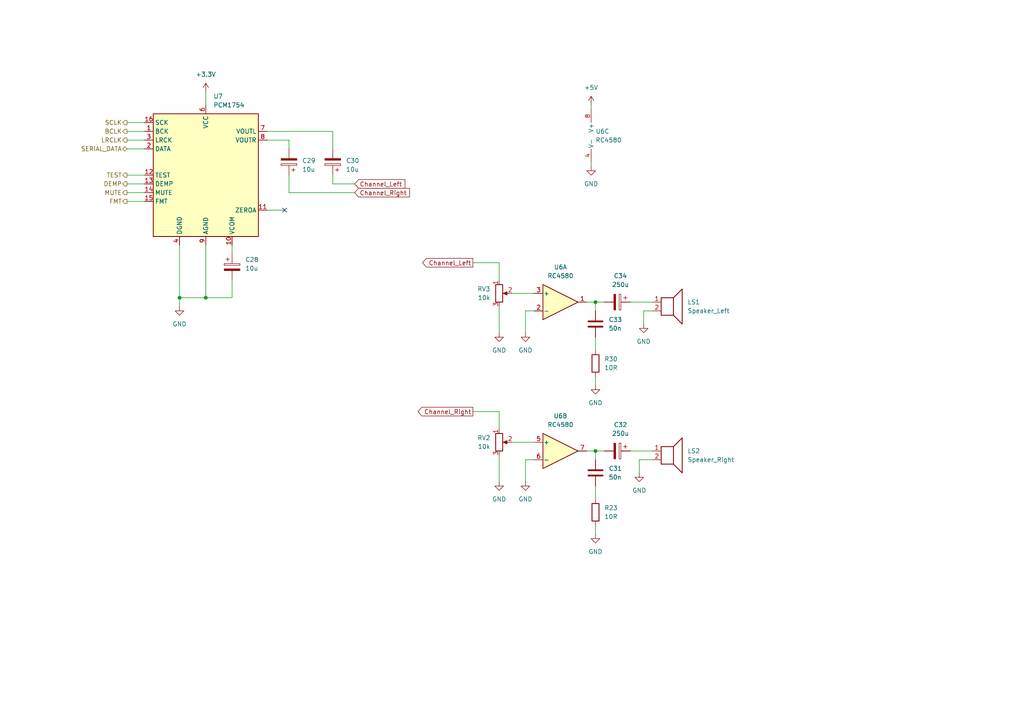
<source format=kicad_sch>
(kicad_sch (version 20230121) (generator eeschema)
  (paper "A4")
  (lib_symbols
    (symbol "Amplifier_Operational:RC4580" (pin_names (offset 0.127))
      (property "Reference" "U" (at 0 5.08 0))
      (property "Value" "RC4580" (at 0 -5.08 0))
      (symbol "RC4580_1_1"
        (polyline (pts (xy -5.08 5.08) (xy 5.08 0) (xy -5.08 -5.08) (xy -5.08 5.08)) (stroke (width 0.254)) (fill (type background)))
        (pin output line (at 7.62 0 180) (length 2.54) (name "~") (number "1"))
        (pin input line (at -7.62 -2.54 0) (length 2.54) (name "-") (number "2"))
        (pin input line (at -7.62 2.54 0) (length 2.54) (name "+") (number "3"))
      )
      (symbol "RC4580_2_1"
        (polyline (pts (xy -5.08 5.08) (xy 5.08 0) (xy -5.08 -5.08) (xy -5.08 5.08)) (stroke (width 0.254)) (fill (type background)))
        (pin input line (at -7.62 2.54 0) (length 2.54) (name "+") (number "5"))
        (pin input line (at -7.62 -2.54 0) (length 2.54) (name "-") (number "6"))
        (pin output line (at 7.62 0 180) (length 2.54) (name "~") (number "7"))
      )
      (symbol "RC4580_3_1"
        (pin power_in line (at -2.54 -7.62 90) (length 3.81) (name "V-") (number "4"))
        (pin power_in line (at -2.54 7.62 270) (length 3.81) (name "V+") (number "8"))
      )
    )
    (symbol "Device:C" (pin_numbers hide) (pin_names (offset 0.254))
      (property "Reference" "C" (at 0.635 2.54 0))
      (property "Value" "C" (at 0.635 -2.54 0))
      (symbol "C_0_1"
        (polyline (pts (xy -2.032 -0.762) (xy 2.032 -0.762)) (stroke (width 0.508)))
        (polyline (pts (xy -2.032 0.762) (xy 2.032 0.762)) (stroke (width 0.508)))
      )
      (symbol "C_1_1"
        (pin passive line (at 0 3.81 270) (length 2.794) (name "~") (number "1"))
        (pin passive line (at 0 -3.81 90) (length 2.794) (name "~") (number "2"))
      )
    )
    (symbol "Device:C_Polarized" (pin_numbers hide) (pin_names (offset 0.254))
      (property "Reference" "C" (at 0.635 2.54 0))
      (property "Value" "C_Polarized" (at 0.635 -2.54 0))
      (symbol "C_Polarized_0_1"
        (rectangle (start -2.286 0.508) (end 2.286 1.016))
        (polyline (pts (xy -1.778 2.286) (xy -0.762 2.286)))
        (polyline (pts (xy -1.27 2.794) (xy -1.27 1.778)))
        (rectangle (start 2.286 -0.508) (end -2.286 -1.016) (fill (type outline)))
      )
      (symbol "C_Polarized_1_1"
        (pin passive line (at 0 3.81 270) (length 2.794) (name "~") (number "1"))
        (pin passive line (at 0 -3.81 90) (length 2.794) (name "~") (number "2"))
      )
    )
    (symbol "Device:R" (pin_numbers hide) (pin_names (offset 0))
      (property "Reference" "R" (at 2.032 0 90))
      (property "Value" "R" (at 0 0 90))
      (symbol "R_0_1"
        (rectangle (start -1.016 -2.54) (end 1.016 2.54) (stroke (width 0.254)))
      )
      (symbol "R_1_1"
        (pin passive line (at 0 3.81 270) (length 1.27) (name "~") (number "1"))
        (pin passive line (at 0 -3.81 90) (length 1.27) (name "~") (number "2"))
      )
    )
    (symbol "Device:R_Potentiometer" (pin_names (offset 1.016) hide)
      (property "Reference" "RV" (at -4.445 0 90))
      (property "Value" "R_Potentiometer" (at -2.54 0 90))
      (symbol "R_Potentiometer_0_1"
        (polyline (pts (xy 2.54 0) (xy 1.524 0)))
        (polyline (pts (xy 1.143 0) (xy 2.286 0.508) (xy 2.286 -0.508) (xy 1.143 0)) (fill (type outline)))
        (rectangle (start 1.016 2.54) (end -1.016 -2.54) (stroke (width 0.254)))
      )
      (symbol "R_Potentiometer_1_1"
        (pin passive line (at 0 3.81 270) (length 1.27) (name "1") (number "1"))
        (pin passive line (at 3.81 0 180) (length 1.27) (name "2") (number "2"))
        (pin passive line (at 0 -3.81 90) (length 1.27) (name "3") (number "3"))
      )
    )
    (symbol "Device:Speaker" (pin_names (offset 0) hide)
      (property "Reference" "LS" (at 1.27 5.715 0))
      (property "Value" "Speaker" (at 1.27 3.81 0))
      (symbol "Speaker_0_0"
        (rectangle (start -2.54 1.27) (end 1.016 -3.81) (stroke (width 0.254)))
        (polyline (pts (xy 1.016 1.27) (xy 3.556 3.81) (xy 3.556 -6.35) (xy 1.016 -3.81)) (stroke (width 0.254)))
      )
      (symbol "Speaker_1_1"
        (pin input line (at -5.08 0 0) (length 2.54) (name "1") (number "1"))
        (pin input line (at -5.08 -2.54 0) (length 2.54) (name "2") (number "2"))
      )
    )
    (symbol "Prj_audio_dac:PCM1754"
      (property "Reference" "U" (at 11.43 21.59 0))
      (property "Value" "PCM1754" (at 11.43 19.05 0))
      (symbol "PCM1754_0_1"
        (rectangle (start -15.24 17.78) (end 15.24 -17.78) (stroke (width 0.254)) (fill (type background)))
      )
      (symbol "PCM1754_1_1"
        (pin input line (at -17.78 12.7 0) (length 2.54) (name "BCK") (number "1"))
        (pin passive line (at 7.62 -20.32 90) (length 2.54) (name "VCOM") (number "10"))
        (pin open_collector line (at 17.78 -10.16 180) (length 2.54) (name "ZEROA") (number "11"))
        (pin input line (at -17.78 0 0) (length 2.54) (name "TEST") (number "12"))
        (pin input line (at -17.78 -2.54 0) (length 2.54) (name "DEMP") (number "13"))
        (pin input line (at -17.78 -5.08 0) (length 2.54) (name "MUTE") (number "14"))
        (pin input line (at -17.78 -7.62 0) (length 2.54) (name "FMT") (number "15"))
        (pin input line (at -17.78 15.24 0) (length 2.54) (name "SCK") (number "16"))
        (pin input line (at -17.78 7.62 0) (length 2.54) (name "DATA") (number "2"))
        (pin input line (at -17.78 10.16 0) (length 2.54) (name "LRCK") (number "3"))
        (pin power_in line (at -7.62 -20.32 90) (length 2.54) (name "DGND") (number "4"))
        (pin no_connect line (at -17.78 -12.7 0) (length 2.54) hide (name "") (number "5"))
        (pin power_in line (at 0 20.32 270) (length 2.54) (name "VCC") (number "6"))
        (pin output line (at 17.78 12.7 180) (length 2.54) (name "VOUTL") (number "7"))
        (pin output line (at 17.78 10.16 180) (length 2.54) (name "VOUTR") (number "8"))
        (pin power_in line (at 0 -20.32 90) (length 2.54) (name "AGND") (number "9"))
      )
    )
    (symbol "power:+3.3V" (power) (pin_names (offset 0))
      (property "Value" "+3.3V" (at 0 3.556 0))
      (symbol "+3.3V_0_1"
        (polyline (pts (xy -0.762 1.27) (xy 0 2.54)))
        (polyline (pts (xy 0 0) (xy 0 2.54)))
        (polyline (pts (xy 0 2.54) (xy 0.762 1.27)))
      )
      (symbol "+3.3V_1_1"
        (pin power_in line (at 0 0 90) (length 0) hide (name "+3.3V") (number "1"))
      )
    )
    (symbol "power:+5V" (power) (pin_names (offset 0))
      (property "Value" "+5V" (at 0 3.556 0))
      (symbol "+5V_0_1"
        (polyline (pts (xy -0.762 1.27) (xy 0 2.54)))
        (polyline (pts (xy 0 0) (xy 0 2.54)))
        (polyline (pts (xy 0 2.54) (xy 0.762 1.27)))
      )
      (symbol "+5V_1_1"
        (pin power_in line (at 0 0 90) (length 0) hide (name "+5V") (number "1"))
      )
    )
    (symbol "power:GND" (power) (pin_names (offset 0))
      (property "Value" "GND" (at 0 -3.81 0))
      (symbol "GND_0_1"
        (polyline (pts (xy 0 0) (xy 0 -1.27) (xy 1.27 -1.27) (xy 0 -2.54) (xy -1.27 -1.27) (xy 0 -1.27)))
      )
      (symbol "GND_1_1"
        (pin power_in line (at 0 0 270) (length 0) hide (name "GND") (number "1"))
      )
    )
  )
  (junction (at 172.72 87.63))
  (junction (at 59.69 86.36))
  (junction (at 52.07 86.36))
  (junction (at 172.72 130.81))
  (no_connect (at 82.55 60.96))
  (wire (pts (xy 172.72 87.63) (xy 172.72 90.17)))
  (wire (pts (xy 82.55 60.96) (xy 77.47 60.96)))
  (wire (pts (xy 186.69 90.17) (xy 186.69 93.98)))
  (wire (pts (xy 77.47 38.1) (xy 96.52 38.1)))
  (wire (pts (xy 96.52 50.8) (xy 96.52 53.34)))
  (wire (pts (xy 182.88 87.63) (xy 189.23 87.63)))
  (wire (pts (xy 137.16 76.2) (xy 144.78 76.2)))
  (wire (pts (xy 67.31 71.12) (xy 67.31 73.66)))
  (wire (pts (xy 59.69 71.12) (xy 59.69 86.36)))
  (wire (pts (xy 152.4 90.17) (xy 154.94 90.17)))
  (wire (pts (xy 36.83 58.42) (xy 41.91 58.42)))
  (wire (pts (xy 59.69 26.67) (xy 59.69 30.48)))
  (wire (pts (xy 171.45 48.26) (xy 171.45 46.99)))
  (wire (pts (xy 172.72 97.79) (xy 172.72 101.6)))
  (wire (pts (xy 144.78 88.9) (xy 144.78 96.52)))
  (wire (pts (xy 172.72 130.81) (xy 175.26 130.81)))
  (wire (pts (xy 172.72 140.97) (xy 172.72 144.78)))
  (wire (pts (xy 36.83 35.56) (xy 41.91 35.56)))
  (wire (pts (xy 185.42 133.35) (xy 189.23 133.35)))
  (wire (pts (xy 83.82 43.18) (xy 83.82 40.64)))
  (wire (pts (xy 148.59 128.27) (xy 154.94 128.27)))
  (wire (pts (xy 36.83 50.8) (xy 41.91 50.8)))
  (wire (pts (xy 36.83 38.1) (xy 41.91 38.1)))
  (wire (pts (xy 67.31 86.36) (xy 59.69 86.36)))
  (wire (pts (xy 36.83 43.18) (xy 41.91 43.18)))
  (wire (pts (xy 83.82 50.8) (xy 83.82 55.88)))
  (wire (pts (xy 52.07 86.36) (xy 52.07 88.9)))
  (wire (pts (xy 36.83 55.88) (xy 41.91 55.88)))
  (wire (pts (xy 171.45 30.48) (xy 171.45 31.75)))
  (wire (pts (xy 144.78 76.2) (xy 144.78 81.28)))
  (wire (pts (xy 170.18 130.81) (xy 172.72 130.81)))
  (wire (pts (xy 148.59 85.09) (xy 154.94 85.09)))
  (wire (pts (xy 152.4 133.35) (xy 154.94 133.35)))
  (wire (pts (xy 152.4 139.7) (xy 152.4 133.35)))
  (wire (pts (xy 36.83 40.64) (xy 41.91 40.64)))
  (wire (pts (xy 96.52 38.1) (xy 96.52 43.18)))
  (wire (pts (xy 67.31 81.28) (xy 67.31 86.36)))
  (wire (pts (xy 186.69 90.17) (xy 189.23 90.17)))
  (wire (pts (xy 170.18 87.63) (xy 172.72 87.63)))
  (wire (pts (xy 182.88 130.81) (xy 189.23 130.81)))
  (wire (pts (xy 144.78 132.08) (xy 144.78 139.7)))
  (wire (pts (xy 172.72 109.22) (xy 172.72 111.76)))
  (wire (pts (xy 144.78 119.38) (xy 144.78 124.46)))
  (wire (pts (xy 36.83 53.34) (xy 41.91 53.34)))
  (wire (pts (xy 102.87 53.34) (xy 96.52 53.34)))
  (wire (pts (xy 52.07 71.12) (xy 52.07 86.36)))
  (wire (pts (xy 172.72 152.4) (xy 172.72 154.94)))
  (wire (pts (xy 185.42 137.16) (xy 185.42 133.35)))
  (wire (pts (xy 137.16 119.38) (xy 144.78 119.38)))
  (wire (pts (xy 152.4 96.52) (xy 152.4 90.17)))
  (wire (pts (xy 172.72 87.63) (xy 175.26 87.63)))
  (wire (pts (xy 59.69 86.36) (xy 52.07 86.36)))
  (wire (pts (xy 83.82 55.88) (xy 102.87 55.88)))
  (wire (pts (xy 172.72 130.81) (xy 172.72 133.35)))
  (wire (pts (xy 77.47 40.64) (xy 83.82 40.64)))
  (global_label "Channel_Right" (shape output) (at 137.16 119.38 180) (property "Intersheetrefs" "${INTERSHEET_REFS}" (effects hide)))
  (global_label "Channel_Left" (shape output) (at 137.16 76.2 180) (property "Intersheetrefs" "${INTERSHEET_REFS}" (effects hide)))
  (global_label "Channel_Right" (shape input) (at 102.87 55.88 0) (property "Intersheetrefs" "${INTERSHEET_REFS}" (effects hide)))
  (global_label "Channel_Left" (shape input) (at 102.87 53.34 0) (property "Intersheetrefs" "${INTERSHEET_REFS}" (effects hide)))
  (hierarchical_label "SCLK" (shape output) (at 36.83 35.56 180))
  (hierarchical_label "SERIAL_DATA" (shape bidirectional) (at 36.83 43.18 180))
  (hierarchical_label "MUTE" (shape output) (at 36.83 55.88 180))
  (hierarchical_label "BCLK" (shape output) (at 36.83 38.1 180))
  (hierarchical_label "DEMP" (shape output) (at 36.83 53.34 180))
  (hierarchical_label "LRCLK" (shape output) (at 36.83 40.64 180))
  (hierarchical_label "FMT" (shape output) (at 36.83 58.42 180))
  (hierarchical_label "TEST" (shape output) (at 36.83 50.8 180))
  (symbol (lib_id "Device:C_Polarized") (at 179.07 87.63 270) (unit 1)
    (property "Reference" "C34" (at 179.959 80.01 90))
    (property "Value" "250u" (at 179.959 82.55 90))
    (property "Footprint" "Capacitor_SMD:C_0805_2012Metric_Pad1.18x1.45mm_HandSolder" (effects hide))
  )
  (symbol (lib_id "Device:R_Potentiometer") (at 144.78 85.09 0) (unit 1)
    (property "Reference" "RV3" (at 142.24 83.82 0) (effects (justify right)))
    (property "Value" "10k" (at 142.24 86.36 0) (effects (justify right)))
    (property "Footprint" "Potentiometer_SMD:Potentiometer_Bourns_TC33X_Vertical" (effects hide))
  )
  (symbol (lib_id "power:GND") (at 152.4 139.7 0) (unit 1)
    (property "Reference" "#PWR058" (effects hide))
    (property "Value" "GND" (at 152.4 144.78 0))
  )
  (symbol (lib_id "Device:C_Polarized") (at 96.52 46.99 180) (unit 1)
    (property "Reference" "C30" (at 100.33 46.609 0) (effects (justify right)))
    (property "Value" "10u" (at 100.33 49.149 0) (effects (justify right)))
    (property "Footprint" "Capacitor_SMD:C_0805_2012Metric_Pad1.18x1.45mm_HandSolder" (effects hide))
  )
  (symbol (lib_id "power:GND") (at 172.72 154.94 0) (unit 1)
    (property "Reference" "#PWR061" (effects hide))
    (property "Value" "GND" (at 172.72 160.02 0))
  )
  (symbol (lib_id "Device:Speaker") (at 194.31 87.63 0) (unit 1)
    (property "Reference" "LS1" (at 199.39 87.63 0) (effects (justify left)))
    (property "Value" "Speaker_Left" (at 199.39 90.17 0) (effects (justify left)))
    (property "Footprint" "Prj_speaker:Radial_10mm" (effects hide))
  )
  (symbol (lib_id "power:GND") (at 152.4 96.52 0) (unit 1)
    (property "Reference" "#PWR063" (effects hide))
    (property "Value" "GND" (at 152.4 101.6 0))
  )
  (symbol (lib_id "Device:R") (at 172.72 148.59 0) (unit 1)
    (property "Reference" "R23" (at 175.26 147.32 0) (effects (justify left)))
    (property "Value" "10R" (at 175.26 149.86 0) (effects (justify left)))
    (property "Footprint" "Resistor_SMD:R_0402_1005Metric_Pad0.72x0.64mm_HandSolder" (effects hide))
  )
  (symbol (lib_id "power:GND") (at 52.07 88.9 0) (unit 1)
    (property "Reference" "#PWR050" (effects hide))
    (property "Value" "GND" (at 52.07 93.98 0))
  )
  (symbol (lib_id "power:GND") (at 186.69 93.98 0) (unit 1)
    (property "Reference" "#PWR065" (effects hide))
    (property "Value" "GND" (at 186.69 99.06 0))
  )
  (symbol (lib_id "Device:Speaker") (at 194.31 130.81 0) (unit 1)
    (property "Reference" "LS2" (at 199.39 130.81 0) (effects (justify left)))
    (property "Value" "Speaker_Right" (at 199.39 133.35 0) (effects (justify left)))
    (property "Footprint" "Prj_speaker:Radial_10mm" (effects hide))
  )
  (symbol (lib_id "power:GND") (at 171.45 48.26 0) (unit 1)
    (property "Reference" "#PWR053" (effects hide))
    (property "Value" "GND" (at 171.45 53.34 0))
  )
  (symbol (lib_id "power:GND") (at 144.78 96.52 0) (unit 1)
    (property "Reference" "#PWR062" (effects hide))
    (property "Value" "GND" (at 144.78 101.6 0))
  )
  (symbol (lib_id "Prj_audio_dac:PCM1754") (at 59.69 50.8 0) (unit 1)
    (property "Reference" "U7" (at 61.8841 27.94 0) (effects (justify left)))
    (property "Value" "PCM1754" (at 61.8841 30.48 0) (effects (justify left)))
    (property "Footprint" "Package_SO:SSOP-16_5.3x6.2mm_P0.65mm" (effects hide))
    (property "Datasheet" "http://www.ti.com/lit/ds/symlink/pcm1794a.pdf" (effects hide))
  )
  (symbol (lib_id "power:+3.3V") (at 59.69 26.67 0) (unit 1)
    (property "Reference" "#PWR026" (effects hide))
    (property "Value" "+3.3V" (at 59.69 21.59 0))
  )
  (symbol (lib_id "Device:R_Potentiometer") (at 144.78 128.27 0) (unit 1)
    (property "Reference" "RV2" (at 142.24 127 0) (effects (justify right)))
    (property "Value" "10k" (at 142.24 129.54 0) (effects (justify right)))
    (property "Footprint" "Potentiometer_SMD:Potentiometer_Bourns_TC33X_Vertical" (effects hide))
  )
  (symbol (lib_id "Amplifier_Operational:RC4580") (at 162.56 130.81 0) (unit 2)
    (property "Reference" "U6" (at 162.56 120.65 0))
    (property "Value" "RC4580" (at 162.56 123.19 0))
    (property "Footprint" "Package_SO:SOIC-8_3.9x4.9mm_P1.27mm" (effects hide))
    (property "Datasheet" "http://www.ti.com/lit/ds/symlink/rc4580.pdf" (effects hide))
  )
  (symbol (lib_id "Device:C_Polarized") (at 67.31 77.47 0) (unit 1)
    (property "Reference" "C28" (at 71.12 75.311 0) (effects (justify left)))
    (property "Value" "10u" (at 71.12 77.851 0) (effects (justify left)))
    (property "Footprint" "Capacitor_SMD:C_0805_2012Metric_Pad1.18x1.45mm_HandSolder" (effects hide))
  )
  (symbol (lib_id "Amplifier_Operational:RC4580") (at 173.99 39.37 0) (unit 3)
    (property "Reference" "U6" (at 172.72 38.1 0) (effects (justify left)))
    (property "Value" "RC4580" (at 172.72 40.64 0) (effects (justify left)))
    (property "Footprint" "Package_SO:SOIC-8_3.9x4.9mm_P1.27mm" (effects hide))
    (property "Datasheet" "http://www.ti.com/lit/ds/symlink/rc4580.pdf" (effects hide))
  )
  (symbol (lib_id "Amplifier_Operational:RC4580") (at 162.56 87.63 0) (unit 1)
    (property "Reference" "U6" (at 162.56 77.47 0))
    (property "Value" "RC4580" (at 162.56 80.01 0))
    (property "Footprint" "Package_SO:SOIC-8_3.9x4.9mm_P1.27mm" (effects hide))
    (property "Datasheet" "http://www.ti.com/lit/ds/symlink/rc4580.pdf" (effects hide))
  )
  (symbol (lib_id "power:GND") (at 185.42 137.16 0) (unit 1)
    (property "Reference" "#PWR060" (effects hide))
    (property "Value" "GND" (at 185.42 142.24 0))
  )
  (symbol (lib_id "Device:C_Polarized") (at 179.07 130.81 270) (unit 1)
    (property "Reference" "C32" (at 179.959 123.19 90))
    (property "Value" "250u" (at 179.959 125.73 90))
    (property "Footprint" "Capacitor_SMD:C_0805_2012Metric_Pad1.18x1.45mm_HandSolder" (effects hide))
  )
  (symbol (lib_id "power:+5V") (at 171.45 30.48 0) (unit 1)
    (property "Reference" "#PWR054" (effects hide))
    (property "Value" "+5V" (at 171.45 25.4 0))
  )
  (symbol (lib_id "power:GND") (at 144.78 139.7 0) (unit 1)
    (property "Reference" "#PWR059" (effects hide))
    (property "Value" "GND" (at 144.78 144.78 0))
  )
  (symbol (lib_id "Device:R") (at 172.72 105.41 0) (unit 1)
    (property "Reference" "R30" (at 175.26 104.14 0) (effects (justify left)))
    (property "Value" "10R" (at 175.26 106.68 0) (effects (justify left)))
    (property "Footprint" "Resistor_SMD:R_0402_1005Metric_Pad0.72x0.64mm_HandSolder" (effects hide))
  )
  (symbol (lib_id "Device:C") (at 172.72 137.16 0) (unit 1)
    (property "Reference" "C31" (at 176.53 135.89 0) (effects (justify left)))
    (property "Value" "50n" (at 176.53 138.43 0) (effects (justify left)))
    (property "Footprint" "Capacitor_SMD:C_0402_1005Metric_Pad0.74x0.62mm_HandSolder" (effects hide))
  )
  (symbol (lib_id "Device:C") (at 172.72 93.98 0) (unit 1)
    (property "Reference" "C33" (at 176.53 92.71 0) (effects (justify left)))
    (property "Value" "50n" (at 176.53 95.25 0) (effects (justify left)))
    (property "Footprint" "Capacitor_SMD:C_0402_1005Metric_Pad0.74x0.62mm_HandSolder" (effects hide))
  )
  (symbol (lib_id "Device:C_Polarized") (at 83.82 46.99 180) (unit 1)
    (property "Reference" "C29" (at 87.63 46.609 0) (effects (justify right)))
    (property "Value" "10u" (at 87.63 49.149 0) (effects (justify right)))
    (property "Footprint" "Capacitor_SMD:C_0805_2012Metric_Pad1.18x1.45mm_HandSolder" (effects hide))
  )
  (symbol (lib_id "power:GND") (at 172.72 111.76 0) (unit 1)
    (property "Reference" "#PWR064" (effects hide))
    (property "Value" "GND" (at 172.72 116.84 0))
  )
)
</source>
